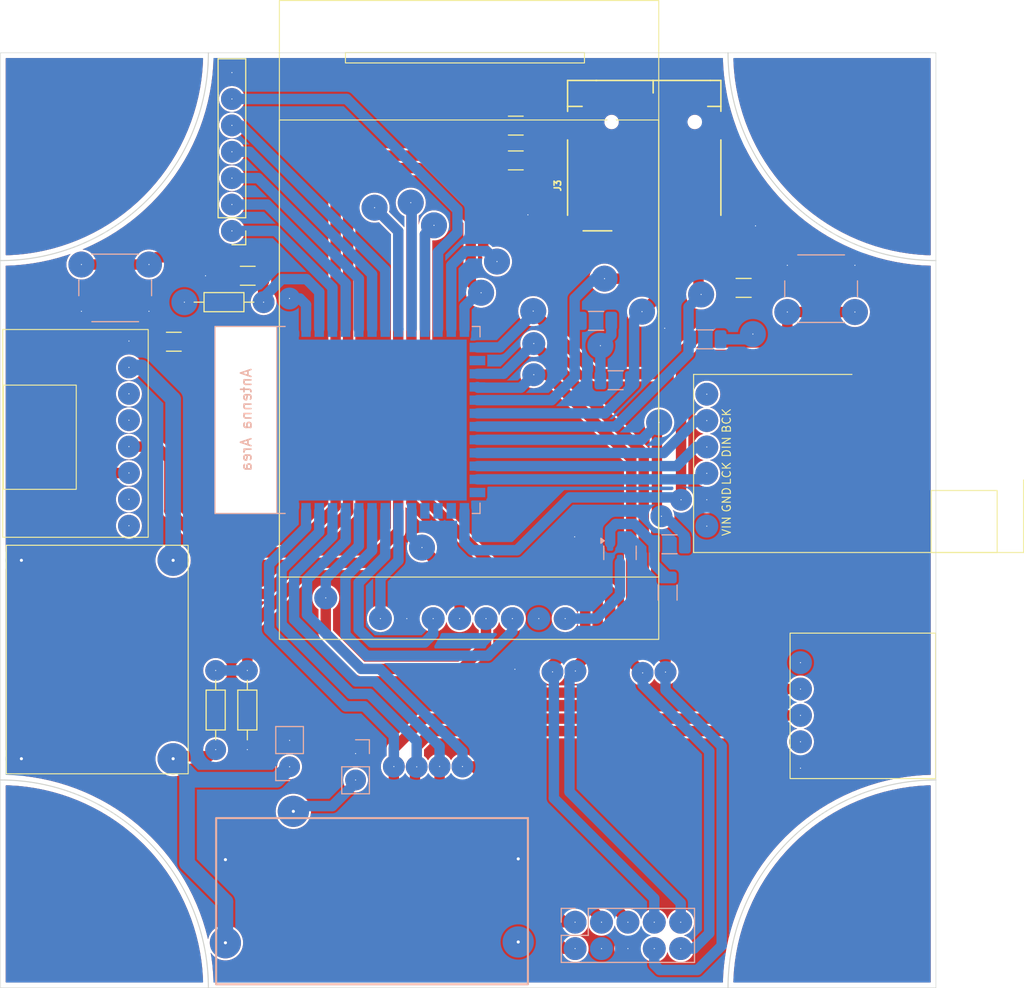
<source format=kicad_pcb>
(kicad_pcb (version 20240108) (generator "pcbnew") (generator_version "8.0")
  (layers (0 "F.Cu" signal) (31 "B.Cu" signal) (34 "B.Paste" user) (35 "F.Paste" user) (36 "B.SilkS" user "B.Silkscreen") (37 "F.SilkS" user "F.Silkscreen") (38 "B.Mask" user) (39 "F.Mask" user) (44 "Edge.Cuts" user))
  (net 0 "")
  (net 1 "DISP_RST")
  (net 2 "GND")
  (net 3 "Net-(U2-IO0)")
  (net 4 "Net-(J1-OUT+)")
  (net 5 "VBUS")
  (net 6 "GPIO10")
  (net 7 "RX_0")
  (net 8 "SCL")
  (net 9 "SDA")
  (net 10 "TX_0")
  (net 11 "+3V3")
  (net 12 "SD_MOSI")
  (net 13 "SD_SCK")
  (net 14 "SD_MISO")
  (net 15 "DIN")
  (net 16 "LRCK")
  (net 17 "BCK")
  (net 18 "VVAL")
  (net 19 "Net-(U1-EN)")
  (net 20 "DISP_MOSI")
  (net 21 "Net-(U2-EN)")
  (net 23 "BACK")
  (net 24 "DISP_SCK")
  (net 25 "LEFT")
  (net 26 "DISP_D{slash}C")
  (net 29 "OK")
  (net 30 "RIGHT")
  (net 31 "DOWN")
  (net 32 "DISP_EN")
  (net 34 "DISP_BLK")
  (net 35 "UP")
  (net 37 "Net-(Q1-D)")
  (net 40 "DATA +")
  (net 43 "DATA -")
  (net 46 "GPIO9")
  (net 47 "GPIO17")
  (net 48 "GPIO18")
  (net 49 "SD_DET")
  (net 52 "Net-(Q1-G)")
  (footprint "Resistor_SMD:R_1206_3216Metric" (layer "F.Cu") (at 167.259 73.533 180)
    (property "Reference" "R7" (hide yes))
    (property "Value" "56K")
  )
  (footprint "display:IPS_240x320_2_inch" (layer "F.Cu") (at 140.560637 79.880285 180)
    (property "Reference" "U3" (hide yes))
    (property "Value" "~" (hide yes))
  )
  (footprint "Connector_PinHeader_2.54mm:PinHeader_1x07_P2.54mm_Vertical" (layer "F.Cu") (at 118.021864 68.049864 180)
    (property "Reference" "J5" (hide yes))
    (property "Value" "Conn_01x07" (hide yes))
  )
  (footprint "audio:PCM5102A-I2S-Module" (layer "F.Cu") (at 162.442864 81.863364)
    (property "Reference" "J6" (hide yes))
    (property "Value" "PCM5102A" (hide yes))
  )
  (footprint "Resistor_THT:R_Axial_DIN0204_L3.6mm_D1.6mm_P7.62mm_Horizontal" (layer "F.Cu") (at 121.069864 74.907864 180)
    (property "Reference" "R1" (hide yes))
    (property "Value" "10K")
  )
  (footprint "Capacitor_SMD:C_1206_3216Metric" (layer "F.Cu") (at 145.337 61.262)
    (property "Reference" "C4" (hide yes))
    (property "Value" "0.1uF")
  )
  (footprint "sd_socket:J_SD_Card-micro_socket_A" (layer "F.Cu") (at 158.569032 61.042145)
    (property "Reference" "J3")
    (property "Value" "Micro_SD_Card_Det1" (hide yes))
  )
  (footprint "Resistor_THT:R_Axial_DIN0204_L3.6mm_D1.6mm_P7.62mm_Horizontal" (layer "F.Cu") (at 116.459 110.363 -90)
    (property "Reference" "R2" (hide yes))
    (property "Value" "33K")
  )
  (footprint "Capacitor_SMD:C_1206_3216Metric" (layer "F.Cu") (at 119.545864 72.367864 180)
    (property "Reference" "C1" (hide yes))
    (property "Value" "1uF")
  )
  (footprint "usb:Connector_Type_C" (layer "F.Cu") (at 102.969359 87.542189 90)
    (property "Reference" "U4" (hide yes))
    (property "Value" "USB TYPE-C to PCB")
  )
  (footprint "Resistor_THT:R_Axial_DIN0204_L3.6mm_D1.6mm_P7.62mm_Horizontal" (layer "F.Cu") (at 119.507 117.983 90)
    (property "Reference" "R3" (hide yes))
    (property "Value" "100K")
  )
  (footprint "Capacitor_SMD:C_1206_3216Metric" (layer "F.Cu") (at 112.433864 78.717864 180)
    (property "Reference" "C2" (hide yes))
    (property "Value" "1uF")
  )
  (footprint "Capacitor_SMD:C_1206_3216Metric" (layer "F.Cu") (at 145.337 57.912)
    (property "Reference" "C3" (hide yes))
    (property "Value" "1uF")
  )
  (footprint "power_module:Charge_Controller_TP4056_WO_Protect" (layer "F.Cu") (at 106.550743 108.877864 -90)
    (property "Reference" "J1" (hide yes))
    (property "Value" "~" (hide yes))
  )
  (footprint "RTC_module:DS3231SN_module" (layer "F.Cu") (at 178.727864 113.769864 -90)
    (property "Reference" "U5" (hide yes))
    (property "Value" "DS3231SN_module" (hide yes))
  )
  (footprint "Connector_PinHeader_2.54mm:PinHeader_1x02_P2.54mm_Vertical" (layer "B.Cu") (at 129.921 118.364 180)
    (property "Reference" "SW2" (hide yes))
    (property "Value" "SW_Push" (hide yes))
  )
  (footprint "Connector_PinHeader_2.54mm:PinHeader_2x05_P2.54mm_Vertical" (layer "B.Cu") (at 151.041864 134.597864 -90)
    (property "Reference" "J4" (hide yes))
    (property "Value" "Conn_02x05_Odd_Even" (hide yes))
  )
  (footprint "espressif:ESP32-S3-WROOM-1" (layer "B.Cu") (at 132.145864 86.247864 -90)
    (property "Reference" "U2" (hide yes))
    (property "Value" "ESP32-S3-WROOM-1" (hide yes))
  )
  (footprint "Button_Switch_THT:SW_PUSH_6mm" (layer "B.Cu") (at 177.963864 71.357864 180)
    (property "Reference" "SW3" (hide yes))
    (property "Value" "Select")
  )
  (footprint "power_module:XL63070_module" (layer "B.Cu") (at 131.502987 132.573185)
    (property "Reference" "U1" (hide yes))
    (property "Value" "xl63070_back/boost_module")
  )
  (footprint "Resistor_SMD:R_1206_3216Metric" (layer "B.Cu") (at 159.9438 102.87 -90)
    (property "Reference" "R8" (hide yes))
    (property "Value" "22K")
  )
  (footprint "Button_Switch_THT:SW_PUSH_6mm" (layer "B.Cu") (at 103.541864 75.785864)
    (property "Reference" "SW1" (hide yes))
    (property "Value" "Reset")
  )
  (footprint "Resistor_SMD:R_1206_3216Metric" (layer "B.Cu") (at 160.12809 98.21725 180)
    (property "Reference" "R9" (hide yes))
    (property "Value" "22")
  )
  (footprint "Connector_PinHeader_2.54mm:PinHeader_1x02_P2.54mm_Vertical" (layer "B.Cu") (at 123.571 119.634)
    (property "Reference" "J2" (hide yes))
    (property "Value" "Bat")
  )
  (footprint "Resistor_SMD:R_1206_3216Metric" (layer "B.Cu") (at 153.0604 76.708 180)
    (property "Reference" "R6" (hide yes))
    (property "Value" "22K")
  )
  (footprint "Resistor_SMD:R_1206_3216Metric" (layer "B.Cu") (at 154.94 82.423)
    (property "Reference" "R5" (hide yes))
    (property "Value" "22K")
  )
  (footprint "Resistor_SMD:R_1206_3216Metric" (layer "B.Cu") (at 163.576 78.486 180)
    (property "Reference" "R4" (hide yes))
    (property "Value" "22K")
  )
  (footprint "Package_TO_SOT_SMD:SOT-23" (layer "B.Cu") (at 155.359864 99.037864 -90)
    (property "Reference" "Q1" (hide yes))
    (property "Value" "NMOS" (hide yes))
  )
  (gr_line (start 185.758 70.904) (end 185.758 50.904) (stroke (width 0.05)) (layer "Edge.Cuts"))
  (gr_line (start 185.758 70.904) (end 185.758 120.904) (stroke (width 0.05)) (layer "Edge.Cuts"))
  (gr_line (start 115.758 50.904) (end 165.758 50.904) (stroke (width 0.05)) (layer "Edge.Cuts"))
  (gr_line (start 95.758 70.904) (end 95.758 50.904) (stroke (width 0.05)) (layer "Edge.Cuts"))
  (gr_arc (start 115.758 50.904) (mid 109.900136 65.046136) (end 95.758 70.904) (stroke (width 0.1)) (layer "Edge.Cuts"))
  (gr_line (start 165.758 140.904) (end 185.758 140.904) (stroke (width 0.05)) (layer "Edge.Cuts"))
  (gr_line (start 95.758 120.904) (end 95.758 70.904) (stroke (width 0.05)) (layer "Edge.Cuts"))
  (gr_line (start 95.758 120.904) (end 95.758 140.904) (stroke (width 0.05)) (layer "Edge.Cuts"))
  (gr_line (start 115.758 50.904) (end 95.758 50.904) (stroke (width 0.05)) (layer "Edge.Cuts"))
  (gr_arc (start 95.758 120.904) (mid 109.900136 126.761864) (end 115.758 140.904) (stroke (width 0.1)) (layer "Edge.Cuts"))
  (gr_line (start 185.758 50.904) (end 165.758 50.904) (stroke (width 0.05)) (layer "Edge.Cuts"))
  (gr_line (start 115.758 140.904) (end 95.758 140.904) (stroke (width 0.05)) (layer "Edge.Cuts"))
  (gr_arc (start 185.758 70.904) (mid 171.615864 65.046136) (end 165.758 50.904) (stroke (width 0.1)) (layer "Edge.Cuts"))
  (gr_line (start 185.758 120.904) (end 185.758 140.904) (stroke (width 0.05)) (layer "Edge.Cuts"))
  (gr_line (start 165.758 140.904) (end 115.758 140.904) (stroke (width 0.05)) (layer "Edge.Cuts"))
  (gr_arc (start 165.758 140.904) (mid 171.615864 126.761864) (end 185.758 120.904) (stroke (width 0.1)) (layer "Edge.Cuts"))
  (segment (start 136.309864 98.529864) (end 139.929864 102.149864) (width 1) (layer "F.Cu") (net 1))
  (segment (start 139.929864 102.149864) (end 139.929864 105.369864) (width 1) (layer "F.Cu") (net 1))
  (via (at 136.309864 98.529864) (size 2.5) (drill 0.1) (layers "F.Cu" "B.Cu") (net 1))
  (segment (start 136.309864 98.529864) (end 135.315864 97.535864) (width 1) (layer "B.Cu") (net 1))
  (segment (start 135.315864 97.535864) (end 135.315864 94.997864) (width 1) (layer "B.Cu") (net 1))
  (segment (start 145.25 110.25) (end 147.5 112.5) (width 1) (layer "F.Cu") (net 2))
  (segment (start 149.854 57.964) (end 146.864 57.964) (width 1) (layer "F.Cu") (net 2))
  (segment (start 154.418523 110.581477) (end 154.418523 102.749467) (width 1) (layer "F.Cu") (net 2))
  (segment (start 166.116 59.023377) (end 166.116 67.564) (width 1) (layer "F.Cu") (net 2))
  (segment (start 155.840478 70.219522) (end 151.753522 70.219522) (width 1) (layer "F.Cu") (net 2))
  (segment (start 110.958864 78.717864) (end 108.179864 78.717864) (width 1) (layer "F.Cu") (net 2))
  (segment (start 146.812 57.912) (end 146.812 61.262) (width 1) (layer "F.Cu") (net 2))
  (segment (start 159.9692 75.1332) (end 160.854 74.2484) (width 1) (layer "F.Cu") (net 2))
  (segment (start 147.5 112.5) (end 152.5 112.5) (width 1) (layer "F.Cu") (net 2))
  (segment (start 150.754 69.22) (end 150.754 67.564) (width 1) (layer "F.Cu") (net 2))
  (segment (start 159.9692 77.1144) (end 159.9692 75.1332) (width 1) (layer "F.Cu") (net 2))
  (segment (start 159.6644 77.4192) (end 159.9692 77.1144) (width 1) (layer "F.Cu") (net 2))
  (segment (start 154.418523 102.749467) (end 151 99.330944) (width 1) (layer "F.Cu") (net 2))
  (segment (start 165.354 57.964) (end 165.354 58.261377) (width 1) (layer "F.Cu") (net 2))
  (segment (start 156.454 69.606) (end 155.840478 70.219522) (width 1) (layer "F.Cu") (net 2))
  (segment (start 151 99.330944) (end 151 97.5) (width 1) (layer "F.Cu") (net 2))
  (segment (start 165.354 58.261377) (end 166.116 59.023377) (width 1) (layer "F.Cu") (net 2))
  (segment (start 149.854 56.648) (end 149.854 57.964) (width 1) (layer "F.Cu") (net 2))
  (segment (start 152.5 112.5) (end 154.418523 110.581477) (width 1) (layer "F.Cu") (net 2))
  (segment (start 146.864 57.964) (end 146.812 57.912) (width 1) (layer "F.Cu") (net 2))
  (segment (start 149.854 66.664) (end 149.854 57.964) (width 1) (layer "F.Cu") (net 2))
  (segment (start 150.754 67.564) (end 149.854 66.664) (width 1) (layer "F.Cu") (net 2))
  (segment (start 118.070864 72.367864) (end 115.481864 72.367864) (width 1) (layer "F.Cu") (net 2))
  (segment (start 151.753522 70.219522) (end 150.754 69.22) (width 1) (layer "F.Cu") (net 2))
  (segment (start 156.454 68.064) (end 156.454 69.606) (width 1) (layer "F.Cu") (net 2))
  (segment (start 160.854 74.2484) (end 160.854 68.064) (width 1) (layer "F.Cu") (net 2))
  (segment (start 108.179864 78.717864) (end 108.113864 78.651864) (width 1) (layer "F.Cu") (net 2))
  (via (at 151 97.5) (size 2.5) (drill 0.1) (layers "F.Cu" "B.Cu") (net 2))
  (via (at 146.5 66.5) (size 2) (drill 0.1) (layers "F.Cu" "B.Cu") (net 2))
  (via (at 168.402 67.564) (size 2) (drill 0.1) (layers "F.Cu" "B.Cu") (net 2))
  (via (at 115.481864 72.367864) (size 2.1) (drill 0.1) (layers "F.Cu" "B.Cu") (net 2))
  (via (at 145.25 110.25) (size 2.5) (drill 0.1) (layers "F.Cu" "B.Cu") (net 2))
  (via (at 159.6644 77.4192) (size 2.5) (drill 0.1) (layers "F.Cu" "B.Cu") (net 2))
  (segment (start 161.2392 93.9292) (end 161.2392 81.728528) (width 1) (layer "F.Cu") (net 3))
  (segment (start 177.963864 75.857864) (end 171.463864 75.857864) (width 1) (layer "F.Cu") (net 3))
  (segment (start 161.2392 81.728528) (end 162.979864 79.987864) (width 1) (layer "F.Cu") (net 3))
  (segment (start 171.463864 79.377864) (end 171.463864 75.857864) (width 1) (layer "F.Cu") (net 3))
  (segment (start 162.979864 79.987864) (end 170.853864 79.987864) (width 1) (layer "F.Cu") (net 3))
  (segment (start 170.853864 79.987864) (end 171.463864 79.377864) (width 1) (layer "F.Cu") (net 3))
  (via (at 161.2392 93.9292) (size 2.1) (drill 0.1) (layers "F.Cu" "B.Cu") (net 3))
  (segment (start 161.2392 93.9292) (end 161.013864 93.703864) (width 1) (layer "B.Cu") (net 3))
  (segment (start 141.135864 98.783864) (end 140.395864 98.043864) (width 1) (layer "B.Cu") (net 3))
  (segment (start 140.395864 98.043864) (end 140.395864 94.997864) (width 1) (layer "B.Cu") (net 3))
  (segment (start 145.453864 98.783864) (end 141.135864 98.783864) (width 1) (layer "B.Cu") (net 3))
  (segment (start 150.533864 93.703864) (end 145.453864 98.783864) (width 1) (layer "B.Cu") (net 3))
  (segment (start 161.013864 93.703864) (end 150.533864 93.703864) (width 1) (layer "B.Cu") (net 3))
  (segment (start 112.607528 118.618) (end 112.365864 118.859664) (width 1) (layer "F.Cu") (net 4))
  (segment (start 116.459 117.983) (end 115.824 118.618) (width 1) (layer "F.Cu") (net 4))
  (segment (start 115.824 118.618) (end 112.607528 118.618) (width 1) (layer "F.Cu") (net 4))
  (segment (start 113.703864 120.197664) (end 113.703864 128.921728) (width 1.5) (layer "B.Cu") (net 4))
  (segment (start 112.365864 118.859664) (end 113.703864 120.197664) (width 1.5) (layer "B.Cu") (net 4))
  (segment (start 113.703864 128.921728) (end 117.396704 132.614568) (width 1.5) (layer "B.Cu") (net 4))
  (segment (start 122.323136 120.881864) (end 114.388064 120.881864) (width 1.5) (layer "B.Cu") (net 4))
  (segment (start 123.571 119.634) (end 122.323136 120.881864) (width 1.5) (layer "B.Cu") (net 4))
  (segment (start 117.396704 132.614568) (end 117.396704 136.576226) (width 1.5) (layer "B.Cu") (net 4))
  (segment (start 114.388064 120.881864) (end 112.365864 118.859664) (width 1.5) (layer "B.Cu") (net 4))
  (segment (start 108.113864 81.191864) (end 109.319864 81.191864) (width 1.5) (layer "B.Cu") (net 5))
  (segment (start 109.319864 81.191864) (end 112.365864 84.237864) (width 1.5) (layer "B.Cu") (net 5))
  (segment (start 112.365864 84.237864) (end 112.365864 99.759664) (width 1.5) (layer "B.Cu") (net 5))
  (segment (start 156.445864 109.499775) (end 156.445864 89.96932) (width 1) (layer "F.Cu") (net 6))
  (segment (start 148.366144 81.8896) (end 147.066 81.8896) (width 1) (layer "F.Cu") (net 6))
  (segment (start 156.445864 89.96932) (end 148.366144 81.8896) (width 1) (layer "F.Cu") (net 6))
  (segment (start 157.542033 110.595944) (end 156.445864 109.499775) (width 1) (layer "F.Cu") (net 6))
  (via (at 147.066 81.8896) (size 2.2) (drill 0.1) (layers "F.Cu" "B.Cu") (net 6))
  (via (at 157.542033 110.595944) (size 2.1) (drill 0.1) (layers "F.Cu" "B.Cu") (net 6))
  (segment (start 163.946445 135.663283) (end 162.471864 137.137864) (width 1) (layer "B.Cu") (net 6))
  (segment (start 141.645864 83.072864) (end 141.715864 83.142864) (width 1) (layer "B.Cu") (net 6))
  (segment (start 157.542033 110.239266) (end 157.542033 111.741089) (width 1) (layer "B.Cu") (net 6))
  (segment (start 157.542033 111.741089) (end 163.946445 118.145501) (width 1) (layer "B.Cu") (net 6))
  (segment (start 163.946445 118.145501) (end 163.946445 135.663283) (width 1) (layer "B.Cu") (net 6))
  (segment (start 141.715864 83.142864) (end 145.812736 83.142864) (width 1) (layer "B.Cu") (net 6))
  (segment (start 145.812736 83.142864) (end 147.066 81.8896) (width 1) (layer "B.Cu") (net 6))
  (segment (start 162.471864 137.137864) (end 161.201864 137.137864) (width 1) (layer "B.Cu") (net 6))
  (segment (start 141.305754 119.608698) (end 156.121864 134.424808) (width 1) (layer "F.Cu") (net 7))
  (segment (start 156.121864 134.424808) (end 156.121864 134.597864) (width 1) (layer "F.Cu") (net 7))
  (segment (start 140.203551 119.608698) (end 141.305754 119.608698) (width 1) (layer "F.Cu") (net 7))
  (via (at 140.203551 119.608698) (size 2.1) (drill 0.1) (layers "F.Cu" "B.Cu") (net 7))
  (segment (start 125.2474 101.6) (end 128.965864 97.881536) (width 1) (layer "B.Cu") (net 7))
  (segment (start 125.2474 104.9934) (end 125.2474 101.6) (width 1) (layer "B.Cu") (net 7))
  (segment (start 128.965864 97.881536) (end 128.965864 94.997864) (width 1) (layer "B.Cu") (net 7))
  (segment (start 140.203551 118.170583) (end 132.246832 110.213864) (width 1) (layer "B.Cu") (net 7))
  (segment (start 130.467864 110.213864) (end 125.2474 104.9934) (width 1) (layer "B.Cu") (net 7))
  (segment (start 140.203551 119.608698) (end 140.203551 118.170583) (width 1) (layer "B.Cu") (net 7))
  (segment (start 132.246832 110.213864) (end 130.467864 110.213864) (width 1) (layer "B.Cu") (net 7))
  (segment (start 135.636 119.807084) (end 135.636 124.78) (width 1) (layer "F.Cu") (net 8))
  (segment (start 135.803832 119.639252) (end 135.636 119.807084) (width 1) (layer "F.Cu") (net 8))
  (segment (start 169.310136 114.689864) (end 172.727864 114.689864) (width 1) (layer "F.Cu") (net 8))
  (segment (start 167.8 116.2) (end 169.310136 114.689864) (width 1) (layer "F.Cu") (net 8))
  (segment (start 148.019131 132.626731) (end 149.990264 134.597864) (width 1) (layer "F.Cu") (net 8))
  (segment (start 135.803832 117.696168) (end 137.3 116.2) (width 1) (layer "F.Cu") (net 8))
  (segment (start 137.3 116.2) (end 167.8 116.2) (width 1) (layer "F.Cu") (net 8))
  (segment (start 143.482731 132.626731) (end 148.019131 132.626731) (width 1) (layer "F.Cu") (net 8))
  (segment (start 135.803832 119.639252) (end 135.803832 117.696168) (width 1) (layer "F.Cu") (net 8))
  (segment (start 149.990264 134.597864) (end 151.041864 134.597864) (width 1) (layer "F.Cu") (net 8))
  (segment (start 135.636 124.78) (end 143.482731 132.626731) (width 1) (layer "F.Cu") (net 8))
  (via (at 135.803832 119.639252) (size 2.1) (drill 0.1) (layers "F.Cu" "B.Cu") (net 8))
  (segment (start 135.803832 119.639252) (end 135.803832 117.164976) (width 1) (layer "B.Cu") (net 8))
  (segment (start 126.425864 97.027424) (end 126.425864 94.997864) (width 1) (layer "B.Cu") (net 8))
  (segment (start 122.8028 105.942912) (end 122.8028 100.650488) (width 1) (layer "B.Cu") (net 8))
  (segment (start 122.8028 100.650488) (end 126.425864 97.027424) (width 1) (layer "B.Cu") (net 8))
  (segment (start 129.473752 112.613864) (end 122.8028 105.942912) (width 1) (layer "B.Cu") (net 8))
  (segment (start 135.803832 117.164976) (end 131.25272 112.613864) (width 1) (layer "B.Cu") (net 8))
  (segment (start 131.25272 112.613864) (end 129.473752 112.613864) (width 1) (layer "B.Cu") (net 8))
  (segment (start 143.016944 133.858) (end 146.685 133.858) (width 1) (layer "F.Cu") (net 9))
  (segment (start 133.604 119.611864) (end 133.604 124.445056) (width 1) (layer "F.Cu") (net 9))
  (segment (start 133.604 117.896) (end 136.5 115) (width 1) (layer "F.Cu") (net 9))
  (segment (start 169.850136 112.149864) (end 172.727864 112.149864) (width 1) (layer "F.Cu") (net 9))
  (segment (start 167 115) (end 169.850136 112.149864) (width 1) (layer "F.Cu") (net 9))
  (segment (start 146.685 133.858) (end 149.964864 137.137864) (width 1) (layer "F.Cu") (net 9))
  (segment (start 133.604 124.445056) (end 143.016944 133.858) (width 1) (layer "F.Cu") (net 9))
  (segment (start 133.604 119.611864) (end 133.604 117.896) (width 1) (layer "F.Cu") (net 9))
  (segment (start 149.964864 137.137864) (end 151.041864 137.137864) (width 1) (layer "F.Cu") (net 9))
  (segment (start 136.5 115) (end 167 115) (width 1) (layer "F.Cu") (net 9))
  (via (at 133.604 119.611864) (size 2.1) (drill 0.1) (layers "F.Cu" "B.Cu") (net 9))
  (segment (start 128.976696 113.813864) (end 121.6028 106.439968) (width 1) (layer "B.Cu") (net 9))
  (segment (start 125.155864 96.600368) (end 125.155864 94.997864) (width 1) (layer "B.Cu") (net 9))
  (segment (start 133.604 116.6622) (end 130.755664 113.813864) (width 1) (layer "B.Cu") (net 9))
  (segment (start 121.6028 100.153432) (end 125.155864 96.600368) (width 1) (layer "B.Cu") (net 9))
  (segment (start 121.6028 106.439968) (end 121.6028 100.153432) (width 1) (layer "B.Cu") (net 9))
  (segment (start 130.755664 113.813864) (end 128.976696 113.813864) (width 1) (layer "B.Cu") (net 9))
  (segment (start 133.604 119.611864) (end 133.604 116.6622) (width 1) (layer "B.Cu") (net 9))
  (segment (start 153.581864 134.303264) (end 153.581864 134.597864) (width 1) (layer "F.Cu") (net 10))
  (segment (start 138.003553 119.604042) (end 138.003553 125.450497) (width 1) (layer "F.Cu") (net 10))
  (segment (start 138.003553 125.450497) (end 143.979787 131.426731) (width 1) (layer "F.Cu") (net 10))
  (segment (start 150.705331 131.426731) (end 153.581864 134.303264) (width 1) (layer "F.Cu") (net 10))
  (segment (start 143.979787 131.426731) (end 150.705331 131.426731) (width 1) (layer "F.Cu") (net 10))
  (via (at 138.003553 119.604042) (size 2.1) (drill 0.1) (layers "F.Cu" "B.Cu") (net 10))
  (segment (start 138.003553 117.667641) (end 131.749776 111.413864) (width 1) (layer "B.Cu") (net 10))
  (segment (start 124.0028 101.147544) (end 127.695864 97.45448) (width 1) (layer "B.Cu") (net 10))
  (segment (start 129.970808 111.413864) (end 124.0028 105.445856) (width 1) (layer "B.Cu") (net 10))
  (segment (start 124.0028 105.445856) (end 124.0028 101.147544) (width 1) (layer "B.Cu") (net 10))
  (segment (start 138.003553 119.604042) (end 138.003553 117.667641) (width 1) (layer "B.Cu") (net 10))
  (segment (start 127.695864 97.45448) (end 127.695864 94.997864) (width 1) (layer "B.Cu") (net 10))
  (segment (start 131.749776 111.413864) (end 129.970808 111.413864) (width 1) (layer "B.Cu") (net 10))
  (via (at 153.4775 79.0956) (size 2.5) (drill 0.1) (layers "F.Cu" "B.Cu") (net 11))
  (via (at 168.148 77.978) (size 2.5) (drill 0.1) (layers "F.Cu" "B.Cu") (net 11))
  (via (at 123.559983 74.556) (size 2.1) (drill 0.1) (layers "F.Cu" "B.Cu") (net 11))
  (segment (start 154.5229 78.0502) (end 154.5229 76.708) (width 1) (layer "B.Cu") (net 11))
  (segment (start 153.4775 79.0956) (end 154.5229 78.0502) (width 1) (layer "B.Cu") (net 11))
  (segment (start 123.559983 74.556) (end 124.556 74.556) (width 1) (layer "B.Cu") (net 11))
  (segment (start 165.0385 78.486) (end 167.64 78.486) (width 1) (layer "B.Cu") (net 11))
  (segment (start 153.4775 79.0956) (end 153.4775 82.423) (width 1) (layer "B.Cu") (net 11))
  (segment (start 167.64 78.486) (end 168.148 77.978) (width 1) (layer "B.Cu") (net 11))
  (segment (start 124.556 74.556) (end 125.155864 75.155864) (width 1) (layer "B.Cu") (net 11))
  (segment (start 125.155864 75.155864) (end 125.155864 77.497864) (width 1) (layer "B.Cu") (net 11))
  (segment (start 153.8732 72.644) (end 155.5496 72.644) (width 1) (layer "F.Cu") (net 12))
  (segment (start 157.554 70.6396) (end 157.554 68.064) (width 1) (layer "F.Cu") (net 12))
  (segment (start 155.5496 72.644) (end 157.554 70.6396) (width 1) (layer "F.Cu") (net 12))
  (via (at 153.8732 72.644) (size 2.5) (drill 0.1) (layers "F.Cu" "B.Cu") (net 12))
  (segment (start 153.8732 72.644) (end 152.908 72.644) (width 1) (layer "B.Cu") (net 12))
  (segment (start 151.003 74.549) (end 151.003 82.1182) (width 1) (layer "B.Cu") (net 12))
  (segment (start 151.003 82.1182) (end 148.778336 84.342864) (width 1) (layer "B.Cu") (net 12))
  (segment (start 152.908 72.644) (end 151.003 74.549) (width 1) (layer "B.Cu") (net 12))
  (segment (start 148.778336 84.342864) (end 141.645864 84.342864) (width 1) (layer "B.Cu") (net 12))
  (segment (start 159.766 68.076) (end 159.754 68.064) (width 0.7) (layer "F.Cu") (net 13))
  (segment (start 157.586344 75.819) (end 157.48 75.819) (width 1) (layer "F.Cu") (net 13))
  (segment (start 159.766 70.866) (end 159.766 68.076) (width 1) (layer "F.Cu") (net 13))
  (segment (start 159.654 73.751344) (end 157.586344 75.819) (width 1) (layer "F.Cu") (net 13))
  (segment (start 159.654 70.978) (end 159.766 70.866) (width 0.7) (layer "F.Cu") (net 13))
  (segment (start 159.766 70.9295) (end 159.766 73.5965) (width 1) (layer "F.Cu") (net 13))
  (via (at 157.48 75.819) (size 2.5) (drill 0.1) (layers "F.Cu" "B.Cu") (net 13))
  (segment (start 156.718 76.581) (end 156.718 82.804) (width 1) (layer "B.Cu") (net 13))
  (segment (start 153.909136 85.612864) (end 141.645864 85.612864) (width 1) (layer "B.Cu") (net 13))
  (segment (start 157.48 75.819) (end 156.718 76.581) (width 1) (layer "B.Cu") (net 13))
  (segment (start 156.718 82.804) (end 153.909136 85.612864) (width 1) (layer "B.Cu") (net 13))
  (segment (start 162.9156 73.914) (end 162.9156 71.1708) (width 1) (layer "F.Cu") (net 14))
  (segment (start 161.957323 68.067323) (end 161.954 68.064) (width 1) (layer "F.Cu") (net 14))
  (segment (start 161.957323 70.212523) (end 161.957323 68.067323) (width 1) (layer "F.Cu") (net 14))
  (segment (start 162.9156 71.1708) (end 161.957323 70.212523) (width 1) (layer "F.Cu") (net 14))
  (segment (start 163.1696 74.168) (end 162.9156 73.914) (width 1) (layer "F.Cu") (net 14))
  (via (at 163.1696 74.168) (size 2.5) (drill 0.1) (layers "F.Cu" "B.Cu") (net 14))
  (segment (start 161.957323 79.850677) (end 161.957323 75.380277) (width 1) (layer "B.Cu") (net 14))
  (segment (start 141.645864 86.882864) (end 154.925136 86.882864) (width 1) (layer "B.Cu") (net 14))
  (segment (start 161.957323 75.380277) (end 163.1696 74.168) (width 1) (layer "B.Cu") (net 14))
  (segment (start 154.925136 86.882864) (end 161.957323 79.850677) (width 1) (layer "B.Cu") (net 14))
  (segment (start 162.651636 88.848364) (end 160.807136 90.692864) (width 1) (layer "B.Cu") (net 15))
  (segment (start 163.712864 88.848364) (end 162.651636 88.848364) (width 1) (layer "B.Cu") (net 15))
  (segment (start 160.807136 90.692864) (end 141.645864 90.692864) (width 1) (layer "B.Cu") (net 15))
  (segment (start 163.138364 91.962864) (end 141.645864 91.962864) (width 1) (layer "B.Cu") (net 16))
  (segment (start 163.712864 91.388364) (end 163.138364 91.962864) (width 1) (layer "B.Cu") (net 16))
  (segment (start 163.712864 86.308364) (end 162.691636 86.308364) (width 1) (layer "B.Cu") (net 17))
  (segment (start 162.691636 86.308364) (end 159.577136 89.422864) (width 1) (layer "B.Cu") (net 17))
  (segment (start 159.577136 89.422864) (end 141.645864 89.422864) (width 1) (layer "B.Cu") (net 17))
  (segment (start 134.023864 68.085464) (end 134.023864 96.976136) (width 1) (layer "F.Cu") (net 18))
  (segment (start 131.7498 65.8114) (end 134.023864 68.085464) (width 1) (layer "F.Cu") (net 18))
  (segment (start 131 100) (end 126 100) (width 1) (layer "F.Cu") (net 18))
  (segment (start 126 100) (end 119.507 106.493) (width 1) (layer "F.Cu") (net 18))
  (segment (start 134.023864 96.976136) (end 131 100) (width 1) (layer "F.Cu") (net 18))
  (segment (start 119.507 106.493) (end 119.507 110.363) (width 1) (layer "F.Cu") (net 18))
  (via (at 131.7498 65.8114) (size 2.5) (drill 0.1) (layers "F.Cu" "B.Cu") (net 18))
  (segment (start 134.023864 77.475864) (end 134.045864 77.497864) (width 1) (layer "B.Cu") (net 18))
  (segment (start 131.7498 65.8114) (end 134.023864 68.085464) (width 1) (layer "B.Cu") (net 18))
  (segment (start 116.459 110.363) (end 119.507 110.363) (width 1) (layer "B.Cu") (net 18))
  (segment (start 134.023864 68.085464) (end 134.023864 77.475864) (width 1) (layer "B.Cu") (net 18))
  (segment (start 127.677184 123.418544) (end 129.921 121.174728) (width 1) (layer "B.Cu") (net 19))
  (segment (start 124.440177 123.418544) (end 127.677184 123.418544) (width 1) (layer "B.Cu") (net 19))
  (segment (start 123.932177 123.926544) (end 124.440177 123.418544) (width 1) (layer "B.Cu") (net 19))
  (segment (start 129.921 121.174728) (end 129.921 120.904) (width 1) (layer "B.Cu") (net 19))
  (segment (start 142.469864 107.863864) (end 142.469864 105.369864) (width 1) (layer "F.Cu") (net 20))
  (segment (start 130.467864 110.213864) (end 140.119864 110.213864) (width 1) (layer "F.Cu") (net 20))
  (segment (start 127.0508 103.378) (end 127.0508 106.7968) (width 1) (layer "F.Cu") (net 20))
  (segment (start 140.119864 110.213864) (end 142.469864 107.863864) (width 1) (layer "F.Cu") (net 20))
  (segment (start 127.0508 106.7968) (end 130.467864 110.213864) (width 1) (layer "F.Cu") (net 20))
  (via (at 127.0508 103.378) (size 2.2) (drill 0.1) (layers "F.Cu" "B.Cu") (net 20))
  (segment (start 126.746 103.355864) (end 127.028664 103.355864) (width 1) (layer "B.Cu") (net 20))
  (segment (start 127.028664 103.355864) (end 127.0508 103.378) (width 1) (layer "B.Cu") (net 20))
  (segment (start 127.0508 101.5492) (end 130.235864 98.364136) (width 1) (layer "B.Cu") (net 20))
  (segment (start 127.0508 103.378) (end 127.0508 101.5492) (width 1) (layer "B.Cu") (net 20))
  (segment (start 130.235864 98.364136) (end 130.235864 94.997864) (width 1) (layer "B.Cu") (net 20))
  (segment (start 121.020864 72.367864) (end 121.020864 74.858864) (width 1) (layer "F.Cu") (net 21))
  (segment (start 121.020864 74.858864) (end 121.069864 74.907864) (width 1) (layer "F.Cu") (net 21))
  (segment (start 110.737864 70.589864) (end 120.307864 70.589864) (width 1) (layer "F.Cu") (net 21))
  (segment (start 121.020864 71.302864) (end 121.020864 72.367864) (width 1) (layer "F.Cu") (net 21))
  (segment (start 103.541864 71.285864) (end 110.041864 71.285864) (width 1) (layer "F.Cu") (net 21))
  (segment (start 120.307864 70.589864) (end 121.020864 71.302864) (width 1) (layer "F.Cu") (net 21))
  (segment (start 110.041864 71.285864) (end 110.737864 70.589864) (width 1) (layer "F.Cu") (net 21))
  (segment (start 121.069864 74.455) (end 122.830064 72.6948) (width 1) (layer "B.Cu") (net 21))
  (segment (start 121.069864 74.907864) (end 121.069864 74.455) (width 1) (layer "B.Cu") (net 21))
  (segment (start 125.18566 72.6948) (end 126.425864 73.935004) (width 1) (layer "B.Cu") (net 21))
  (segment (start 122.830064 72.6948) (end 125.18566 72.6948) (width 1) (layer "B.Cu") (net 21))
  (segment (start 126.425864 73.935004) (end 126.425864 77.497864) (width 1) (layer "B.Cu") (net 21))
  (segment (start 127.695864 77.497864) (end 127.695864 73.507948) (width 1) (layer "B.Cu") (net 23))
  (segment (start 127.695864 73.507948) (end 122.23778 68.049864) (width 1) (layer "B.Cu") (net 23))
  (segment (start 122.23778 68.049864) (end 118.021864 68.049864) (width 1) (layer "B.Cu") (net 23))
  (segment (start 145.009864 105.369864) (end 145.009864 105.151864) (width 1) (layer "F.Cu") (net 24))
  (segment (start 128.943864 101.383336) (end 128.943864 106.911864) (width 1) (layer "B.Cu") (net 24))
  (segment (start 130.975864 108.943864) (end 142.659864 108.943864) (width 1) (layer "B.Cu") (net 24))
  (segment (start 131.505864 98.821336) (end 128.943864 101.383336) (width 1) (layer "B.Cu") (net 24))
  (segment (start 131.505864 94.997864) (end 131.505864 98.821336) (width 1) (layer "B.Cu") (net 24))
  (segment (start 128.943864 106.911864) (end 130.975864 108.943864) (width 1) (layer "B.Cu") (net 24))
  (segment (start 142.659864 108.943864) (end 145.009864 106.593864) (width 1) (layer "B.Cu") (net 24))
  (segment (start 145.009864 106.593864) (end 145.009864 105.369864) (width 1) (layer "B.Cu") (net 24))
  (segment (start 131.505864 77.497864) (end 131.505864 72.22678) (width 1) (layer "B.Cu") (net 25))
  (segment (start 119.708948 60.429864) (end 118.021864 60.429864) (width 1) (layer "B.Cu") (net 25))
  (segment (start 131.505864 72.22678) (end 119.708948 60.429864) (width 1) (layer "B.Cu") (net 25))
  (segment (start 132.775864 99.350808) (end 132.775864 94.997864) (width 1) (layer "B.Cu") (net 26))
  (segment (start 137.389864 105.369864) (end 137.389864 106.847864) (width 1) (layer "B.Cu") (net 26))
  (segment (start 137.389864 106.847864) (end 136.563864 107.673864) (width 1) (layer "B.Cu") (net 26))
  (segment (start 130.213864 101.912808) (end 132.775864 99.350808) (width 1) (layer "B.Cu") (net 26))
  (segment (start 130.213864 106.403864) (end 130.213864 101.912808) (width 1) (layer "B.Cu") (net 26))
  (segment (start 131.483864 107.673864) (end 130.213864 106.403864) (width 1) (layer "B.Cu") (net 26))
  (segment (start 136.563864 107.673864) (end 131.483864 107.673864) (width 1) (layer "B.Cu") (net 26))
  (segment (start 137.855864 77.497864) (end 137.855864 70.072068) (width 1) (layer "B.Cu") (net 29))
  (segment (start 139.724399 68.203533) (end 139.724399 66.013599) (width 1) (layer "B.Cu") (net 29))
  (segment (start 139.724399 66.013599) (end 129.060664 55.349864) (width 1) (layer "B.Cu") (net 29))
  (segment (start 129.060664 55.349864) (end 118.021864 55.349864) (width 1) (layer "B.Cu") (net 29))
  (segment (start 137.855864 70.072068) (end 139.724399 68.203533) (width 1) (layer "B.Cu") (net 29))
  (segment (start 132.775864 77.497864) (end 132.775864 71.799724) (width 1) (layer "B.Cu") (net 30))
  (segment (start 132.775864 71.799724) (end 118.866004 57.889864) (width 1) (layer "B.Cu") (net 30))
  (segment (start 118.866004 57.889864) (end 118.021864 57.889864) (width 1) (layer "B.Cu") (net 30))
  (segment (start 130.235864 72.653836) (end 120.551892 62.969864) (width 1) (layer "B.Cu") (net 31))
  (segment (start 120.551892 62.969864) (end 118.021864 62.969864) (width 1) (layer "B.Cu") (net 31))
  (segment (start 130.235864 77.497864) (end 130.235864 72.653836) (width 1) (layer "B.Cu") (net 31))
  (segment (start 158.915864 95.085664) (end 158.915864 86.702136) (width 1) (layer "F.Cu") (net 32))
  (segment (start 158.915864 86.702136) (end 159.131 86.487) (width 1) (layer "F.Cu") (net 32))
  (segment (start 159.3469 95.5167) (end 158.915864 95.085664) (width 1) (layer "F.Cu") (net 32))
  (via (at 159.131 86.487) (size 2.5) (drill 0.1) (layers "F.Cu" "B.Cu") (net 32))
  (via (at 159.3469 95.5167) (size 2.1) (drill 0.1) (layers "F.Cu" "B.Cu") (net 32))
  (segment (start 159.3469 95.5167) (end 159.7025 95.5167) (width 1) (layer "B.Cu") (net 32))
  (segment (start 159.7025 95.5167) (end 161.59059 97.40479) (width 1) (layer "B.Cu") (net 32))
  (segment (start 157.465136 88.152864) (end 141.645864 88.152864) (width 1) (layer "B.Cu") (net 32))
  (segment (start 161.59059 97.40479) (end 161.59059 98.21725) (width 1) (layer "B.Cu") (net 32))
  (segment (start 159.131 86.487) (end 157.465136 88.152864) (width 1) (layer "B.Cu") (net 32))
  (segment (start 134.045864 99.777864) (end 132.309864 101.513864) (width 1) (layer "B.Cu") (net 34))
  (segment (start 132.309864 101.513864) (end 132.309864 105.369864) (width 1) (layer "B.Cu") (net 34))
  (segment (start 134.045864 94.997864) (end 134.045864 99.777864) (width 1) (layer "B.Cu") (net 34))
  (segment (start 128.965864 77.497864) (end 128.965864 73.080892) (width 1) (layer "B.Cu") (net 35))
  (segment (start 121.394836 65.509864) (end 118.021864 65.509864) (width 1) (layer "B.Cu") (net 35))
  (segment (start 128.965864 73.080892) (end 121.394836 65.509864) (width 1) (layer "B.Cu") (net 35))
  (segment (start 155.359864 103.101864) (end 155.359864 99.975364) (width 1) (layer "B.Cu") (net 37))
  (segment (start 150.089864 105.369864) (end 153.091864 105.369864) (width 1) (layer "B.Cu") (net 37))
  (segment (start 153.091864 105.369864) (end 155.359864 103.101864) (width 1) (layer "B.Cu") (net 37))
  (segment (start 131.697056 62) (end 129.2 64.497056) (width 1) (layer "F.Cu") (net 40))
  (segment (start 105 99) (end 105 92) (width 1) (layer "F.Cu") (net 40))
  (segment (start 136 62) (end 131.697056 62) (width 1) (layer "F.Cu") (net 40))
  (segment (start 105.648136 91.351864) (end 108.113864 91.351864) (width 1) (layer "F.Cu") (net 40))
  (segment (start 129.2 64.497056) (end 129.2 95.102944) (width 1) (layer "F.Cu") (net 40))
  (segment (start 121.302944 103) (end 109 103) (width 1) (layer "F.Cu") (net 40))
  (segment (start 141 73) (end 141 67) (width 1) (layer "F.Cu") (net 40))
  (segment (start 141 67) (end 136 62) (width 1) (layer "F.Cu") (net 40))
  (segment (start 129.2 95.102944) (end 121.302944 103) (width 1) (layer "F.Cu") (net 40))
  (segment (start 142 74) (end 141 73) (width 1) (layer "F.Cu") (net 40))
  (segment (start 105 92) (end 105.648136 91.351864) (width 1) (layer "F.Cu") (net 40))
  (segment (start 109 103) (end 105 99) (width 1) (layer "F.Cu") (net 40))
  (via (at 142 74) (size 2.5) (drill 0.1) (layers "F.Cu" "B.Cu") (net 40))
  (segment (start 142 74) (end 141.726043 74) (width 1) (layer "B.Cu") (net 40))
  (segment (start 140.395864 75.330179) (end 140.395864 77.497864) (width 1) (layer "B.Cu") (net 40))
  (segment (start 141.726043 74) (end 140.395864 75.330179) (width 1) (layer "B.Cu") (net 40))
  (segment (start 142.2 69.672716) (end 142.2 66.502944) (width 1) (layer "F.Cu") (net 43))
  (segment (start 123.605888 99) (end 116 99) (width 1) (layer "F.Cu") (net 43))
  (segment (start 131.2 60.8) (end 128 64) (width 1) (layer "F.Cu") (net 43))
  (segment (start 116 99) (end 112 95) (width 1) (layer "F.Cu") (net 43))
  (segment (start 143.527284 71) (end 142.2 69.672716) (width 1) (layer "F.Cu") (net 43))
  (segment (start 112 90) (end 110.811864 88.811864) (width 1) (layer "F.Cu") (net 43))
  (segment (start 128 94.605888) (end 123.605888 99) (width 1) (layer "F.Cu") (net 43))
  (segment (start 112 95) (end 112 90) (width 1) (layer "F.Cu") (net 43))
  (segment (start 128 64) (end 128 94.605888) (width 1) (layer "F.Cu") (net 43))
  (segment (start 142.2 66.502944) (end 136.497056 60.8) (width 1) (layer "F.Cu") (net 43))
  (segment (start 136.497056 60.8) (end 131.2 60.8) (width 1) (layer "F.Cu") (net 43))
  (segment (start 110.811864 88.811864) (end 108.113864 88.811864) (width 1) (layer "F.Cu") (net 43))
  (via (at 143.527284 71) (size 2.5) (drill 0.1) (layers "F.Cu" "B.Cu") (net 43))
  (segment (start 139.125864 71.37326) (end 140.499124 70) (width 1) (layer "B.Cu") (net 43))
  (segment (start 140.499124 70) (end 142.527284 70) (width 1) (layer "B.Cu") (net 43))
  (segment (start 142.527284 70) (end 143.527284 71) (width 1) (layer "B.Cu") (net 43))
  (segment (start 139.125864 77.497864) (end 139.125864 71.37326) (width 1) (layer "B.Cu") (net 43))
  (segment (start 159.7406 109.347) (end 157.645864 107.252264) (width 1) (layer "F.Cu") (net 46))
  (segment (start 157.645864 107.252264) (end 157.645864 89.472264) (width 1) (layer "F.Cu") (net 46))
  (segment (start 159.7406 110.1598) (end 159.7406 109.347) (width 1) (layer "F.Cu") (net 46))
  (segment (start 157.645864 89.472264) (end 147.066 78.8924) (width 1) (layer "F.Cu") (net 46))
  (via (at 159.7406 110.516478) (size 2.1) (drill 0.1) (layers "F.Cu" "B.Cu") (net 46))
  (via (at 147.066 78.8924) (size 2.2) (drill 0.1) (layers "F.Cu" "B.Cu") (net 46))
  (segment (start 159.192 139.192) (end 158.661864 138.661864) (width 1) (layer "B.Cu") (net 46))
  (segment (start 158.661864 138.661864) (end 158.661864 137.137864) (width 1) (layer "B.Cu") (net 46))
  (segment (start 159.7406 112.2426) (end 165.146445 117.648445) (width 1) (layer "B.Cu") (net 46))
  (segment (start 147.066 78.8924) (end 144.155536 81.802864) (width 1) (layer "B.Cu") (net 46))
  (segment (start 144.155536 81.802864) (end 141.645864 81.802864) (width 1) (layer "B.Cu") (net 46))
  (segment (start 165.146445 136.859555) (end 162.814 139.192) (width 1) (layer "B.Cu") (net 46))
  (segment (start 165.146445 117.648445) (end 165.146445 136.859555) (width 1) (layer "B.Cu") (net 46))
  (segment (start 159.7406 110.1598) (end 159.7406 112.2426) (width 1) (layer "B.Cu") (net 46))
  (segment (start 162.814 139.192) (end 159.192 139.192) (width 1) (layer "B.Cu") (net 46))
  (segment (start 148.872009 109.801591) (end 152.018523 106.655077) (width 1) (layer "F.Cu") (net 47))
  (segment (start 150.279864 102.085864) (end 143.167864 102.085864) (width 1) (layer "F.Cu") (net 47))
  (segment (start 152.018523 106.655077) (end 152.018523 103.824523) (width 1) (layer "F.Cu") (net 47))
  (segment (start 148.872009 110.5) (end 148.872009 109.801591) (width 1) (layer "F.Cu") (net 47))
  (segment (start 152.018523 103.824523) (end 150.279864 102.085864) (width 1) (layer "F.Cu") (net 47))
  (segment (start 143.167864 102.085864) (end 135.293864 94.211864) (width 1) (layer "F.Cu") (net 47))
  (segment (start 135.293864 94.211864) (end 135.293864 66.331336) (width 1) (layer "F.Cu") (net 47))
  (via (at 135.2296 65.3288) (size 2.5) (drill 0.1) (layers "F.Cu" "B.Cu") (net 47))
  (via (at 148.872009 110.5) (size 2.1) (drill 0.1) (layers "F.Cu" "B.Cu") (net 47))
  (segment (start 149 122.6602) (end 158.661864 132.322064) (width 1) (layer "B.Cu") (net 47))
  (segment (start 135.2296 65.3288) (end 135.315864 65.415064) (width 1) (layer "B.Cu") (net 47))
  (segment (start 135.315864 65.415064) (end 135.315864 77.497864) (width 1) (layer "B.Cu") (net 47))
  (segment (start 148.872009 110.143322) (end 149 110.271313) (width 1) (layer "B.Cu") (net 47))
  (segment (start 149 110.271313) (end 149 122.6602) (width 1) (layer "B.Cu") (net 47))
  (segment (start 158.661864 132.322064) (end 158.661864 134.597864) (width 1) (layer "B.Cu") (net 47))
  (segment (start 136.6012 93.822144) (end 136.6012 68.3768) (width 1) (layer "F.Cu") (net 48))
  (segment (start 151.070364 110.414878) (end 151.070364 110.0582) (width 1) (layer "F.Cu") (net 48))
  (segment (start 153.218523 103.246523) (end 150.533864 100.561864) (width 1) (layer "F.Cu") (net 48))
  (segment (start 151.070364 110.0582) (end 153.218523 107.910041) (width 1) (layer "F.Cu") (net 48))
  (segment (start 153.218523 107.910041) (end 153.218523 103.246523) (width 1) (layer "F.Cu") (net 48))
  (segment (start 136.6012 68.3768) (end 137.4648 67.5132) (width 1) (layer "F.Cu") (net 48))
  (segment (start 143.34092 100.561864) (end 136.6012 93.822144) (width 1) (layer "F.Cu") (net 48))
  (segment (start 150.533864 100.561864) (end 143.34092 100.561864) (width 1) (layer "F.Cu") (net 48))
  (via (at 137.4648 67.5132) (size 2.5) (drill 0.1) (layers "F.Cu" "B.Cu") (net 48))
  (via (at 151.070364 110.414878) (size 2.1) (drill 0.1) (layers "F.Cu" "B.Cu") (net 48))
  (segment (start 136.585864 68.392136) (end 136.585864 77.497864) (width 1) (layer "B.Cu") (net 48))
  (segment (start 137.4648 67.5132) (end 136.585864 68.392136) (width 1) (layer "B.Cu") (net 48))
  (segment (start 151.070364 110.419841) (end 150.5 110.990205) (width 1) (layer "B.Cu") (net 48))
  (segment (start 150.5 110.990205) (end 150.5 122.052) (width 1) (layer "B.Cu") (net 48))
  (segment (start 161.201864 132.753864) (end 161.201864 134.597864) (width 1) (layer "B.Cu") (net 48))
  (segment (start 150.5 122.052) (end 161.201864 132.753864) (width 1) (layer "B.Cu") (net 48))
  (segment (start 151.070364 110.0582) (end 151.070364 110.419841) (width 1) (layer "B.Cu") (net 48))
  (segment (start 165.7965 71.8165) (end 165.7965 73.533) (width 1) (layer "F.Cu") (net 49))
  (segment (start 153.0096 81.8388) (end 159.1612 81.8388) (width 1) (layer "F.Cu") (net 49))
  (segment (start 159.1612 81.8388) (end 165.7965 75.2035) (width 1) (layer "F.Cu") (net 49))
  (segment (start 165.7965 75.2035) (end 165.7965 73.533) (width 1) (layer "F.Cu") (net 49))
  (segment (start 164.154 68.064) (end 164.154 70.174) (width 1) (layer "F.Cu") (net 49))
  (segment (start 147.0152 75.8444) (end 153.0096 81.8388) (width 1) (layer "F.Cu") (net 49))
  (segment (start 147.0152 75.7682) (end 147.0152 75.8444) (width 1) (layer "F.Cu") (net 49))
  (segment (start 164.154 70.174) (end 165.7965 71.8165) (width 1) (layer "F.Cu") (net 49))
  (via (at 147.0152 75.7682) (size 2.5) (drill 0.1) (layers "F.Cu" "B.Cu") (net 49))
  (segment (start 147.0152 75.7682) (end 147.0152 76.0476) (width 1) (layer "B.Cu") (net 49))
  (segment (start 143.799936 79.262864) (end 141.645864 79.262864) (width 1) (layer "B.Cu") (net 49))
  (segment (start 147.0152 76.0476) (end 143.799936 79.262864) (width 1) (layer "B.Cu") (net 49))
  (segment (start 158.66559 98.21725) (end 156.71434 96.266) (width 1) (layer "B.Cu") (net 52))
  (segment (start 154.94 96.266) (end 154.409864 96.796136) (width 1) (layer "B.Cu") (net 52))
  (segment (start 158.66559 98.21725) (end 158.66559 100.12929) (width 1) (layer "B.Cu") (net 52))
  (segment (start 154.409864 96.796136) (end 154.409864 98.100364) (width 1) (layer "B.Cu") (net 52))
  (segment (start 158.66559 100.12929) (end 159.9438 101.4075) (width 1) (layer "B.Cu") (net 52))
  (segment (start 156.71434 96.266) (end 154.94 96.266) (width 1) (layer "B.Cu") (net 52))
  (zone (net 11) (net_name "+3V3") (layer "F.Cu") (connect_pads yes (clearance 0)) (min_thickness 0.025) (fill yes (thermal_gap 0.5) (thermal_bridge_width 0.5))
    (polygon (pts (xy 95.764462 50.910074) (xy 185.75435 50.908052) (xy 185.756373 140.901985) (xy 95.762384 140.902434)))
  )
  (zone (net 0) (net_name "") (layer "F.Cu") (priority 3) (connect_pads (clearance 0)) (min_thickness 0.25) (fill yes (thermal_gap 0.5) (thermal_bridge_width 0.5) (island_removal_mode 1) (island_area_min 10))
    (polygon (pts (xy 139 121) (xy 141 121) (xy 146 126) (xy 144 127) (xy 143.563538 127.737116) (xy 143.480022 129.45753) (xy 139 125)))
  )
  (zone (net 2) (net_name "GND") (layer "F.Cu") (priority 8) (connect_pads yes (clearance 0)) (min_thickness 0.25) (fill yes (thermal_gap 0.5) (thermal_bridge_width 0.5))
    (polygon (pts (xy 151.892 60.706) (xy 146.558 60.706) (xy 146.558 54.864) (xy 151.892 54.864)))
  )
  (zone (net 0) (net_name "") (layer "F.Cu") (priority 2) (connect_pads yes (clearance 0)) (min_thickness 0.1) (fill yes (thermal_gap 0.1) (thermal_bridge_width 0.1) (smoothing fillet) (island_removal_mode 1) (island_area_min 10))
    (polygon (pts (xy 95.764462 50.910074) (xy 95.779793 70.924097) (xy 98.509589 70.71677) (xy 101.278053 70.146623) (xy 103.589084 69.300041) (xy 105.748733 68.228855) (xy 108.40942 66.432027) (xy 110.672733 64.237823) (xy 112.210403 62.320055) (xy 113.713518 59.64209) (xy 114.629209 57.603382) (xy 115.251188 55.253684) (xy 115.665841 53.042203) (xy 115.741842 50.906819)))
  )
  (zone (net 2) (net_name "GND") (layer "F.Cu") (priority 10) (connect_pads yes (clearance 0)) (min_thickness 0.25) (fill yes (thermal_gap 0.5) (thermal_bridge_width 0.5))
    (polygon (pts (xy 164.846 64.008) (xy 169.418 64.008) (xy 169.418 69.088) (xy 164.846 69.088)))
  )
  (zone (net 0) (net_name "") (layer "F.Cu") (priority 2) (connect_pads yes (clearance 0)) (min_thickness 0.1) (fill yes (thermal_gap 0.1) (thermal_bridge_width 0.1) (smoothing fillet) (island_removal_mode 1) (island_area_min 10))
    (polygon (pts (xy 185.756373 140.901985) (xy 185.741042 120.887962) (xy 183.011246 121.095289) (xy 180.242782 121.665436) (xy 177.931751 122.512018) (xy 175.772102 123.583204) (xy 173.111415 125.380032) (xy 170.848102 127.574236) (xy 169.310432 129.492004) (xy 167.807317 132.169969) (xy 166.891626 134.208677) (xy 166.269647 136.558375) (xy 165.854994 138.769856) (xy 165.778993 140.90524)))
  )
  (zone (net 0) (net_name "") (layer "F.Cu") (connect_pads (clearance 0)) (min_thickness 0.25)
    (keepout (tracks not_allowed) (vias not_allowed) (pads not_allowed) (copperpour not_allowed) (footprints allowed))
    (fill (thermal_gap 0.5) (thermal_bridge_width 0.5))
    (polygon (pts (xy 150.122 60.714) (xy 165.6 60.714) (xy 165.6 63.754) (xy 165.092 63.754) (xy 165.092 67.31) (xy 150.122 67.31)))
  )
  (zone (net 2) (net_name "GND") (layer "F.Cu") (priority 7) (connect_pads yes (clearance 0)) (min_thickness 0.25) (fill yes (thermal_gap 0.5) (thermal_bridge_width 0.5))
    (polygon (pts (xy 145.034 68) (xy 145.034 64.008) (xy 150.114 64.008) (xy 150.114 68.834) (xy 146.5 68.834) (xy 146.5 68)))
  )
  (zone (net 0) (net_name "") (layer "F.Cu") (priority 2) (connect_pads yes (clearance 0)) (min_thickness 0.1) (fill yes (thermal_gap 0.1) (thermal_bridge_width 0.1) (smoothing fillet) (island_removal_mode 1) (island_area_min 10))
    (polygon (pts (xy 185.75435 50.908052) (xy 165.740327 50.923383) (xy 165.947654 53.653179) (xy 166.517801 56.421643) (xy 167.364383 58.732674) (xy 168.435569 60.892323) (xy 170.232397 63.55301) (xy 172.426601 65.816323) (xy 174.344369 67.353993) (xy 177.022334 68.857108) (xy 179.061042 69.772799) (xy 181.41074 70.394778) (xy 183.622221 70.809431) (xy 185.757605 70.885432)))
  )
  (zone (net 0) (net_name "") (layer "F.Cu") (priority 2) (connect_pads yes (clearance 0)) (min_thickness 0.1) (fill yes (thermal_gap 0.1) (thermal_bridge_width 0.1) (smoothing fillet) (island_removal_mode 1) (island_area_min 10))
    (polygon (pts (xy 95.762384 140.902434) (xy 115.776407 140.887103) (xy 115.56908 138.157307) (xy 114.998933 135.388843) (xy 114.152351 133.077812) (xy 113.081165 130.918163) (xy 111.284337 128.257476) (xy 109.090133 125.994163) (xy 107.172365 124.456493) (xy 104.4944 122.953378) (xy 102.455692 122.037687) (xy 100.105994 121.415708) (xy 97.894513 121.001055) (xy 95.759129 120.925054)))
  )
  (zone (net 2) (net_name "GND") (layer "F.Cu") (priority 9) (connect_pads yes (clearance 0)) (min_thickness 0.25) (fill yes (thermal_gap 0.5) (thermal_bridge_width 0.5))
    (polygon (pts (xy 163.322 55.118) (xy 165.608 55.118) (xy 167.386 60.706) (xy 163.322 60.706)))
  )
  (zone (net 0) (net_name "") (layer "B.Cu") (priority 2) (connect_pads yes (clearance 0)) (min_thickness 0.1) (fill yes (thermal_gap 0.1) (thermal_bridge_width 0.1) (smoothing fillet) (island_removal_mode 1) (island_area_min 10))
    (polygon (pts (xy 95.762384 140.902434) (xy 115.776407 140.887103) (xy 115.56908 138.157307) (xy 114.998933 135.388843) (xy 114.152351 133.077812) (xy 113.081165 130.918163) (xy 111.284337 128.257476) (xy 109.090133 125.994163) (xy 107.172365 124.456493) (xy 104.4944 122.953378) (xy 102.455692 122.037687) (xy 100.105994 121.415708) (xy 97.894513 121.001055) (xy 95.759129 120.925054)))
  )
  (zone (net 0) (net_name "") (layer "B.Cu") (priority 2) (connect_pads yes (clearance 0)) (min_thickness 0.1) (fill yes (thermal_gap 0.1) (thermal_bridge_width 0.1) (smoothing fillet) (island_removal_mode 1) (island_area_min 10))
    (polygon (pts (xy 185.73339 140.896637) (xy 185.718059 120.882614) (xy 182.988263 121.089941) (xy 180.219799 121.660088) (xy 177.908768 122.50667) (xy 175.749119 123.577856) (xy 173.088432 125.374684) (xy 170.825119 127.568888) (xy 169.287449 129.486656) (xy 167.784334 132.164621) (xy 166.868643 134.203329) (xy 166.246664 136.553027) (xy 165.832011 138.764508) (xy 165.75601 140.899892)))
  )
  (zone (net 0) (net_name "") (layer "B.Cu") (connect_pads (clearance 0)) (min_thickness 0.25)
    (keepout (tracks not_allowed) (vias not_allowed) (pads not_allowed) (copperpour not_allowed) (footprints allowed))
    (fill (thermal_gap 0.5) (thermal_bridge_width 0.5))
    (polygon (pts (xy 140.6144 94.234) (xy 140.6144 78.232) (xy 140.97 78.232) (xy 140.97 94.234)))
  )
  (zone (net 0) (net_name "") (layer "B.Cu") (priority 2) (connect_pads yes (clearance 0)) (min_thickness 0.1) (fill yes (thermal_gap 0.1) (thermal_bridge_width 0.1) (smoothing fillet) (island_removal_mode 1) (island_area_min 10))
    (polygon (pts (xy 95.764462 50.910074) (xy 95.779793 70.924097) (xy 98.509589 70.71677) (xy 101.278053 70.146623) (xy 103.589084 69.300041) (xy 105.748733 68.228855) (xy 108.40942 66.432027) (xy 110.672733 64.237823) (xy 112.210403 62.320055) (xy 113.713518 59.64209) (xy 114.629209 57.603382) (xy 115.251188 55.253684) (xy 115.665841 53.042203) (xy 115.741842 50.906819)))
  )
  (zone (net 0) (net_name "") (layer "B.Cu") (priority 5) (connect_pads (clearance 0)) (min_thickness 0.25) (fill yes (thermal_gap 0.5) (thermal_bridge_width 0.5) (island_removal_mode 1) (island_area_min 10))
    (polygon (pts (xy 137.5 108) (xy 138.19007 106.756667) (xy 143.69007 106.756667) (xy 142.5 108) (xy 142.47201 108.347051) (xy 137.47201 108.347051)))
  )
  (zone (net 0) (net_name "") (layer "B.Cu") (connect_pads (clearance 0)) (min_thickness 0.25)
    (keepout (tracks not_allowed) (vias not_allowed) (pads not_allowed) (copperpour not_allowed) (footprints allowed))
    (fill (thermal_gap 0.5) (thermal_bridge_width 0.5))
    (polygon (pts (xy 124.46 94.0054) (xy 140.97 94.0054) (xy 140.97 94.234) (xy 124.46 94.234)))
  )
  (zone (net 0) (net_name "") (layer "B.Cu") (priority 4) (connect_pads (clearance 0)) (min_thickness 0.25) (fill yes (thermal_gap 0.5) (thermal_bridge_width 0.5) (island_removal_mode 1) (island_area_min 10))
    (polygon (pts (xy 141.5 98) (xy 141 97.5) (xy 141 94) (xy 142.5 94) (xy 142.5 92.5) (xy 160.5 92.5) (xy 160.5 93) (xy 150 93) (xy 145 98)))
  )
  (zone (net 2) (net_name "GND") (layer "B.Cu") (priority 1) (connect_pads yes (clearance 0)) (min_thickness 0.025) (fill yes (thermal_gap 0.3) (thermal_bridge_width 0.5))
    (polygon (pts (xy 185.753845 140.899457) (xy 95.763451 140.899962) (xy 95.75621 50.904666) (xy 185.753339 50.907041)))
  )
  (zone (net 0) (net_name "") (layer "B.Cu") (connect_pads (clearance 0)) (min_thickness 0.25)
    (keepout (tracks not_allowed) (vias not_allowed) (pads not_allowed) (copperpour not_allowed) (footprints allowed))
    (fill (thermal_gap 0.5) (thermal_bridge_width 0.5))
    (polygon (pts (xy 124.46 78.232) (xy 140.97 78.232) (xy 140.97 78.5114) (xy 124.46 78.5114)))
  )
  (zone (net 0) (net_name "") (layer "B.Cu") (priority 2) (connect_pads yes (clearance 0)) (min_thickness 0.1) (fill yes (thermal_gap 0.1) (thermal_bridge_width 0.1) (smoothing fillet) (island_removal_mode 1) (island_area_min 10))
    (polygon (pts (xy 185.75435 50.908052) (xy 165.740327 50.923383) (xy 165.947654 53.653179) (xy 166.517801 56.421643) (xy 167.364383 58.732674) (xy 168.435569 60.892323) (xy 170.232397 63.55301) (xy 172.426601 65.816323) (xy 174.344369 67.353993) (xy 177.022334 68.857108) (xy 179.061042 69.772799) (xy 181.41074 70.394778) (xy 183.622221 70.809431) (xy 185.757605 70.885432)))
  )
)
</source>
